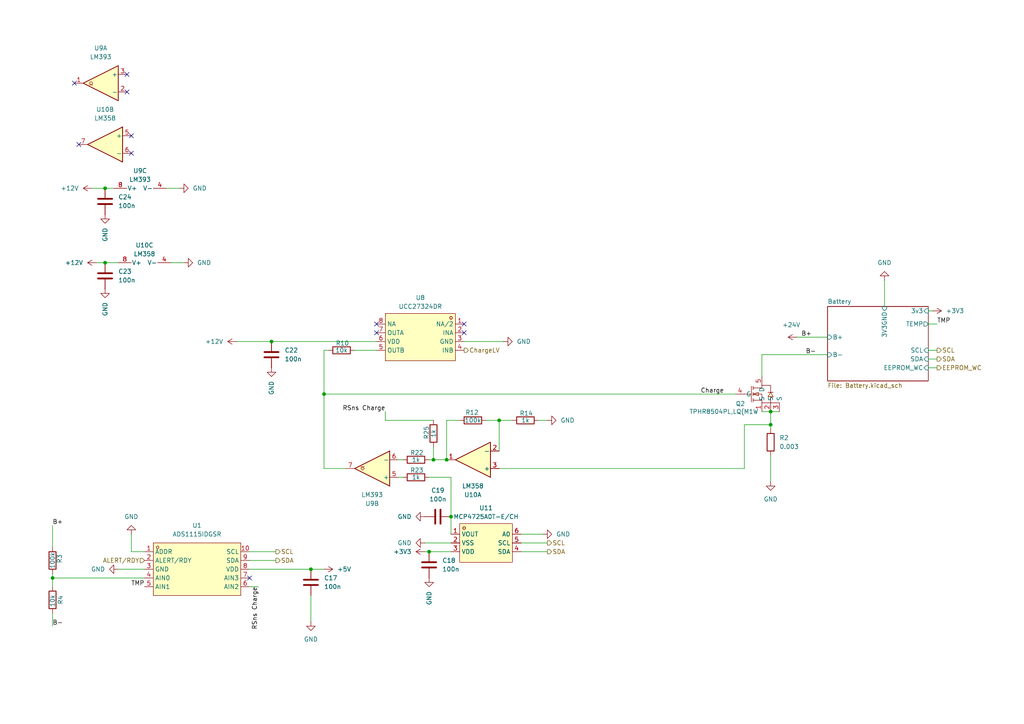
<source format=kicad_sch>
(kicad_sch (version 20250114) (generator "eeschema") (generator_version "9.0")
  (paper "A4")
  (lib_symbols
    (symbol "Amplifier_Operational:LM358" (pin_names (offset 0.127))
      (property "Reference" "U" (at 0 5.08 0))
      (property "Value" "LM358" (at 0 -5.08 0))
      (symbol "LM358_1_1"
        (polyline (pts (xy -5.08 5.08) (xy 5.08 0) (xy -5.08 -5.08) (xy -5.08 5.08)) (stroke (width 0.254)) (fill (type background)))
        (pin input line (at -7.62 2.54 0) (length 2.54) (name "+") (number "3"))
        (pin input line (at -7.62 -2.54 0) (length 2.54) (name "-") (number "2"))
        (pin output line (at 7.62 0 180) (length 2.54) (name "~") (number "1"))
      )
      (symbol "LM358_2_1"
        (polyline (pts (xy -5.08 5.08) (xy 5.08 0) (xy -5.08 -5.08) (xy -5.08 5.08)) (stroke (width 0.254)) (fill (type background)))
        (pin input line (at -7.62 2.54 0) (length 2.54) (name "+") (number "5"))
        (pin input line (at -7.62 -2.54 0) (length 2.54) (name "-") (number "6"))
        (pin output line (at 7.62 0 180) (length 2.54) (name "~") (number "7"))
      )
      (symbol "LM358_3_1"
        (pin power_in line (at -2.54 7.62 270) (length 3.81) (name "V+") (number "8"))
        (pin power_in line (at -2.54 -7.62 90) (length 3.81) (name "V-") (number "4"))
      )
    )
    (symbol "COMPONENTS:ADS1115IDGSR"
      (property "Reference" "U" (at 0 10.16 0))
      (property "Value" "ADS1115IDGSR" (at 0 -10.16 0))
      (symbol "ADS1115IDGSR_0_1"
        (rectangle (start -12.7 7.62) (end 12.7 -7.62) (fill (type background)))
        (circle (center -11.43 6.35) (radius 0.38))
        (pin unspecified line (at -15.24 5.08 0) (length 2.54) (name "ADDR") (number "1"))
        (pin unspecified line (at -15.24 2.54 0) (length 2.54) (name "ALERT/RDY") (number "2"))
        (pin unspecified line (at -15.24 0 0) (length 2.54) (name "GND") (number "3"))
        (pin unspecified line (at -15.24 -2.54 0) (length 2.54) (name "AIN0") (number "4"))
        (pin unspecified line (at -15.24 -5.08 0) (length 2.54) (name "AIN1") (number "5"))
        (pin unspecified line (at 15.24 5.08 180) (length 2.54) (name "SCL") (number "10"))
        (pin unspecified line (at 15.24 2.54 180) (length 2.54) (name "SDA") (number "9"))
        (pin unspecified line (at 15.24 0 180) (length 2.54) (name "VDD") (number "8"))
        (pin unspecified line (at 15.24 -2.54 180) (length 2.54) (name "AIN3") (number "7"))
        (pin unspecified line (at 15.24 -5.08 180) (length 2.54) (name "AIN2") (number "6"))
      )
    )
    (symbol "COMPONENTS:MCP4725A0T-E_CH"
      (property "Reference" "U" (at 0 7.62 0))
      (property "Value" "MCP4725A0T-E/CH" (at 0 -7.62 0))
      (symbol "MCP4725A0T-E_CH_0_1"
        (rectangle (start -7.62 5.59) (end 7.62 -5.59) (fill (type background)))
        (circle (center -6.35 4.32) (radius 0.38))
        (circle (center -6.35 4.32) (radius 0.38))
        (pin unspecified line (at -10.16 2.54 0) (length 2.54) (name "VOUT") (number "1"))
        (pin unspecified line (at -10.16 0 0) (length 2.54) (name "VSS") (number "2"))
        (pin unspecified line (at -10.16 -2.54 0) (length 2.54) (name "VDD") (number "3"))
        (pin unspecified line (at 10.16 2.54 180) (length 2.54) (name "A0") (number "6"))
        (pin unspecified line (at 10.16 0 180) (length 2.54) (name "SCL") (number "5"))
        (pin unspecified line (at 10.16 -2.54 180) (length 2.54) (name "SDA") (number "4"))
      )
    )
    (symbol "COMPONENTS:TPHR8504PL,LQ(M1W"
      (property "Reference" "Q" (at 0 10.16 0))
      (property "Value" "TPHR8504PL,LQ(M1W" (at 0 -10.16 0))
      (symbol "TPHR8504PL,LQ(M1W_0_1"
        (polyline (pts (xy -5.08 0) (xy -3.05 0)))
        (polyline (pts (xy -3.05 2.29) (xy -3.05 -2.29)))
        (polyline (pts (xy -2.54 2.29) (xy -2.54 1.27)))
        (polyline (pts (xy -2.54 1.78) (xy 0 1.78) (xy 0 2.54) (xy 2.54 2.54) (xy 2.54 2.54) (xy 2.54 0.51)))
        (polyline (pts (xy -2.54 0) (xy -1.02 -0.51) (xy -1.02 0.51) (xy -2.54 0)) (fill (type background)))
        (polyline (pts (xy -2.54 0) (xy 0 0) (xy 0 -2.54) (xy 5.08 -2.54) (xy 2.54 -2.54) (xy 2.54 -0.76)))
        (polyline (pts (xy -2.54 -0.51) (xy -2.54 0.51)))
        (polyline (pts (xy -2.54 -2.29) (xy -2.54 -1.27)))
        (polyline (pts (xy 0 -1.78) (xy -2.54 -1.78)))
        (polyline (pts (xy 2.54 0.51) (xy 1.78 -0.76) (xy 3.3 -0.76) (xy 2.54 0.51)) (fill (type background)))
        (polyline (pts (xy 3.3 0.51) (xy 3.05 0.51) (xy 2.03 0.51) (xy 1.78 0.51)))
        (pin unspecified line (at -7.62 0 0) (length 2.54) (name "G") (number "4"))
        (pin unspecified line (at 0 5.08 270) (length 2.54) (name "D") (number "5"))
        (pin unspecified line (at 0 -5.08 90) (length 2.54) (name "S") (number "1"))
        (pin unspecified line (at 2.54 -5.08 90) (length 2.54) (name "S") (number "2"))
        (pin unspecified line (at 5.08 -5.08 90) (length 2.54) (name "S") (number "3"))
      )
    )
    (symbol "COMPONENTS:UCC27324DR"
      (property "Reference" "U" (at 0 8.89 0))
      (property "Value" "UCC27324DR" (at 0 -8.89 0))
      (symbol "UCC27324DR_0_1"
        (rectangle (start -10.16 6.86) (end 10.16 -6.86) (fill (type background)))
        (circle (center -8.89 5.59) (radius 0.38))
        (circle (center -8.89 5.59) (radius 0.38))
        (pin unspecified line (at -12.7 3.81 0) (length 2.54) (name "NA/2") (number "1"))
        (pin unspecified line (at -12.7 1.27 0) (length 2.54) (name "INA") (number "2"))
        (pin unspecified line (at -12.7 -1.27 0) (length 2.54) (name "GND") (number "3"))
        (pin unspecified line (at -12.7 -3.81 0) (length 2.54) (name "INB") (number "4"))
        (pin unspecified line (at 12.7 3.81 180) (length 2.54) (name "NA") (number "8"))
        (pin unspecified line (at 12.7 1.27 180) (length 2.54) (name "OUTA") (number "7"))
        (pin unspecified line (at 12.7 -1.27 180) (length 2.54) (name "VDD") (number "6"))
        (pin unspecified line (at 12.7 -3.81 180) (length 2.54) (name "OUTB") (number "5"))
      )
    )
    (symbol "Comparator:LM393" (pin_names (offset 0.127))
      (property "Reference" "U" (at 3.81 3.81 0))
      (property "Value" "LM393" (at 6.35 -3.81 0))
      (symbol "LM393_1_1"
        (polyline (pts (xy -5.08 5.08) (xy 5.08 0) (xy -5.08 -5.08) (xy -5.08 5.08)) (stroke (width 0.254)) (fill (type background)))
        (polyline (pts (xy 3.302 -0.508) (xy 2.794 -0.508) (xy 3.302 0) (xy 2.794 0.508) (xy 2.286 0) (xy 2.794 -0.508) (xy 2.286 -0.508)) (stroke (width 0.127)))
        (pin input line (at -7.62 2.54 0) (length 2.54) (name "+") (number "3"))
        (pin input line (at -7.62 -2.54 0) (length 2.54) (name "-") (number "2"))
        (pin open_collector line (at 7.62 0 180) (length 2.54) (name "~") (number "1"))
      )
      (symbol "LM393_2_1"
        (polyline (pts (xy -5.08 5.08) (xy 5.08 0) (xy -5.08 -5.08) (xy -5.08 5.08)) (stroke (width 0.254)) (fill (type background)))
        (polyline (pts (xy 3.302 -0.508) (xy 2.794 -0.508) (xy 3.302 0) (xy 2.794 0.508) (xy 2.286 0) (xy 2.794 -0.508) (xy 2.286 -0.508)) (stroke (width 0.127)))
        (pin input line (at -7.62 2.54 0) (length 2.54) (name "+") (number "5"))
        (pin input line (at -7.62 -2.54 0) (length 2.54) (name "-") (number "6"))
        (pin open_collector line (at 7.62 0 180) (length 2.54) (name "~") (number "7"))
      )
      (symbol "LM393_3_1"
        (pin power_in line (at -2.54 7.62 270) (length 3.81) (name "V+") (number "8"))
        (pin power_in line (at -2.54 -7.62 90) (length 3.81) (name "V-") (number "4"))
      )
    )
    (symbol "Device:C" (pin_numbers (hide yes)) (pin_names (offset 0.254))
      (property "Reference" "C" (at 0.635 2.54 0))
      (property "Value" "C" (at 0.635 -2.54 0))
      (symbol "C_0_1"
        (polyline (pts (xy -2.032 0.762) (xy 2.032 0.762)) (stroke (width 0.508)))
        (polyline (pts (xy -2.032 -0.762) (xy 2.032 -0.762)) (stroke (width 0.508)))
      )
      (symbol "C_1_1"
        (pin passive line (at 0 3.81 270) (length 2.794) (name "~") (number "1"))
        (pin passive line (at 0 -3.81 90) (length 2.794) (name "~") (number "2"))
      )
    )
    (symbol "Device:R" (pin_numbers (hide yes)) (pin_names (offset 0))
      (property "Reference" "R" (at 2.032 0 90))
      (property "Value" "R" (at 0 0 90))
      (symbol "R_0_1"
        (rectangle (start -1.016 -2.54) (end 1.016 2.54) (stroke (width 0.254)))
      )
      (symbol "R_1_1"
        (pin passive line (at 0 3.81 270) (length 1.27) (name "~") (number "1"))
        (pin passive line (at 0 -3.81 90) (length 1.27) (name "~") (number "2"))
      )
    )
    (symbol "power:+12V" (power) (pin_numbers (hide yes)) (pin_names (offset 0) (hide yes))
      (property "Value" "+12V" (at 0 3.556 0))
      (symbol "+12V_0_1"
        (polyline (pts (xy -0.762 1.27) (xy 0 2.54)))
        (polyline (pts (xy 0 2.54) (xy 0.762 1.27)))
        (polyline (pts (xy 0 0) (xy 0 2.54)))
      )
      (symbol "+12V_1_1"
        (pin power_in line (at 0 0 90) (length 0) (name "~") (number "1"))
      )
    )
    (symbol "power:+24V" (power) (pin_numbers (hide yes)) (pin_names (offset 0) (hide yes))
      (property "Value" "+24V" (at 0 3.556 0))
      (symbol "+24V_0_1"
        (polyline (pts (xy -0.762 1.27) (xy 0 2.54)))
        (polyline (pts (xy 0 2.54) (xy 0.762 1.27)))
        (polyline (pts (xy 0 0) (xy 0 2.54)))
      )
      (symbol "+24V_1_1"
        (pin power_in line (at 0 0 90) (length 0) (name "~") (number "1"))
      )
    )
    (symbol "power:+3V3" (power) (pin_numbers (hide yes)) (pin_names (offset 0) (hide yes))
      (property "Value" "+3V3" (at 0 3.556 0))
      (symbol "+3V3_0_1"
        (polyline (pts (xy -0.762 1.27) (xy 0 2.54)))
        (polyline (pts (xy 0 2.54) (xy 0.762 1.27)))
        (polyline (pts (xy 0 0) (xy 0 2.54)))
      )
      (symbol "+3V3_1_1"
        (pin power_in line (at 0 0 90) (length 0) (name "~") (number "1"))
      )
    )
    (symbol "power:+5V" (power) (pin_numbers (hide yes)) (pin_names (offset 0) (hide yes))
      (property "Value" "+5V" (at 0 3.556 0))
      (symbol "+5V_0_1"
        (polyline (pts (xy -0.762 1.27) (xy 0 2.54)))
        (polyline (pts (xy 0 2.54) (xy 0.762 1.27)))
        (polyline (pts (xy 0 0) (xy 0 2.54)))
      )
      (symbol "+5V_1_1"
        (pin power_in line (at 0 0 90) (length 0) (name "~") (number "1"))
      )
    )
    (symbol "power:GND" (power) (pin_numbers (hide yes)) (pin_names (offset 0) (hide yes))
      (property "Value" "GND" (at 0 -3.81 0))
      (symbol "GND_0_1"
        (polyline (pts (xy 0 0) (xy 0 -1.27) (xy 1.27 -1.27) (xy 0 -2.54) (xy -1.27 -1.27) (xy 0 -1.27)))
      )
      (symbol "GND_1_1"
        (pin power_in line (at 0 0 270) (length 0) (name "~") (number "1"))
      )
    )
  )
  (junction (at 223.52 123.19))
  (junction (at 30.48 54.61))
  (junction (at 223.52 119.38))
  (junction (at 125.73 133.35))
  (junction (at 129.54 133.35))
  (junction (at 15.24 167.64))
  (junction (at 124.46 160.02))
  (junction (at 130.81 149.86))
  (junction (at 90.17 165.1))
  (junction (at 93.98 114.3))
  (junction (at 78.74 99.06))
  (junction (at 30.48 76.2))
  (junction (at 144.78 121.92))
  (no_connect (at 109.22 93.98))
  (no_connect (at 38.1 44.45))
  (no_connect (at 72.39 167.64))
  (no_connect (at 109.22 96.52))
  (no_connect (at 134.62 93.98))
  (no_connect (at 36.83 26.67))
  (no_connect (at 38.1 39.37))
  (no_connect (at 22.86 41.91))
  (no_connect (at 36.83 21.59))
  (no_connect (at 134.62 96.52))
  (no_connect (at 21.59 24.13))
  (wire (pts (xy 111.76 119.38) (xy 111.76 121.92)))
  (wire (pts (xy 140.97 121.92) (xy 144.78 121.92)))
  (wire (pts (xy 111.76 121.92) (xy 125.73 121.92)))
  (wire (pts (xy 223.52 139.7) (xy 223.52 132.08)))
  (wire (pts (xy 158.75 160.02) (xy 151.13 160.02)))
  (wire (pts (xy 78.74 99.06) (xy 109.22 99.06)))
  (wire (pts (xy 270.51 90.17) (xy 269.24 90.17)))
  (wire (pts (xy 158.75 157.48) (xy 151.13 157.48)))
  (wire (pts (xy 115.57 133.35) (xy 116.84 133.35)))
  (wire (pts (xy 74.93 170.18) (xy 72.39 170.18)))
  (wire (pts (xy 269.24 104.14) (xy 271.78 104.14)))
  (wire (pts (xy 133.35 121.92) (xy 129.54 121.92)))
  (wire (pts (xy 15.24 167.64) (xy 41.91 167.64)))
  (wire (pts (xy 134.62 99.06) (xy 146.05 99.06)))
  (wire (pts (xy 15.24 181.61) (xy 15.24 177.8)))
  (wire (pts (xy 223.52 123.19) (xy 223.52 124.46)))
  (wire (pts (xy 226.06 119.38) (xy 223.52 119.38)))
  (wire (pts (xy 215.9 135.89) (xy 215.9 123.19)))
  (wire (pts (xy 144.78 121.92) (xy 148.59 121.92)))
  (wire (pts (xy 53.34 76.2) (xy 49.53 76.2)))
  (wire (pts (xy 215.9 123.19) (xy 223.52 123.19)))
  (wire (pts (xy 220.98 102.87) (xy 220.98 109.22)))
  (wire (pts (xy 223.52 119.38) (xy 223.52 123.19)))
  (wire (pts (xy 129.54 121.92) (xy 129.54 133.35)))
  (wire (pts (xy 93.98 135.89) (xy 100.33 135.89)))
  (wire (pts (xy 231.14 97.79) (xy 240.03 97.79)))
  (wire (pts (xy 15.24 170.18) (xy 15.24 167.64)))
  (wire (pts (xy 130.81 154.94) (xy 130.81 149.86)))
  (wire (pts (xy 130.81 160.02) (xy 124.46 160.02)))
  (wire (pts (xy 124.46 160.02) (xy 123.19 160.02)))
  (wire (pts (xy 27.94 76.2) (xy 30.48 76.2)))
  (wire (pts (xy 144.78 121.92) (xy 144.78 130.81)))
  (wire (pts (xy 125.73 133.35) (xy 129.54 133.35)))
  (wire (pts (xy 271.78 93.98) (xy 269.24 93.98)))
  (wire (pts (xy 15.24 167.64) (xy 15.24 166.37)))
  (wire (pts (xy 116.84 138.43) (xy 115.57 138.43)))
  (wire (pts (xy 130.81 138.43) (xy 124.46 138.43)))
  (wire (pts (xy 102.87 101.6) (xy 109.22 101.6)))
  (wire (pts (xy 38.1 154.94) (xy 38.1 160.02)))
  (wire (pts (xy 269.24 106.68) (xy 271.78 106.68)))
  (wire (pts (xy 223.52 119.38) (xy 220.98 119.38)))
  (wire (pts (xy 256.54 81.28) (xy 256.54 88.9)))
  (wire (pts (xy 130.81 149.86) (xy 130.81 138.43)))
  (wire (pts (xy 90.17 165.1) (xy 93.98 165.1)))
  (wire (pts (xy 144.78 135.89) (xy 215.9 135.89)))
  (wire (pts (xy 158.75 121.92) (xy 156.21 121.92)))
  (wire (pts (xy 125.73 129.54) (xy 125.73 133.35)))
  (wire (pts (xy 157.48 154.94) (xy 151.13 154.94)))
  (wire (pts (xy 26.67 54.61) (xy 30.48 54.61)))
  (wire (pts (xy 30.48 76.2) (xy 34.29 76.2)))
  (wire (pts (xy 38.1 160.02) (xy 41.91 160.02)))
  (wire (pts (xy 52.07 54.61) (xy 48.26 54.61)))
  (wire (pts (xy 93.98 114.3) (xy 93.98 135.89)))
  (wire (pts (xy 72.39 165.1) (xy 90.17 165.1)))
  (wire (pts (xy 34.29 165.1) (xy 41.91 165.1)))
  (wire (pts (xy 30.48 54.61) (xy 33.02 54.61)))
  (wire (pts (xy 271.78 101.6) (xy 269.24 101.6)))
  (wire (pts (xy 68.58 99.06) (xy 78.74 99.06)))
  (wire (pts (xy 220.98 102.87) (xy 240.03 102.87)))
  (wire (pts (xy 93.98 101.6) (xy 95.25 101.6)))
  (wire (pts (xy 90.17 172.72) (xy 90.17 180.34)))
  (wire (pts (xy 93.98 101.6) (xy 93.98 114.3)))
  (wire (pts (xy 15.24 152.4) (xy 15.24 158.75)))
  (wire (pts (xy 130.81 157.48) (xy 123.19 157.48)))
  (wire (pts (xy 80.01 162.56) (xy 72.39 162.56)))
  (wire (pts (xy 80.01 160.02) (xy 72.39 160.02)))
  (wire (pts (xy 93.98 114.3) (xy 213.36 114.3)))
  (wire (pts (xy 124.46 133.35) (xy 125.73 133.35)))
  (label "B+" (at 232.41 97.79 0))
  (label "TMP" (at 41.91 170.18 180))
  (label "B-" (at 15.24 181.61 0))
  (label "B+" (at 15.24 152.4 0))
  (label "Charge" (at 203.2 114.3 0))
  (label "RSns Charge" (at 111.76 119.38 180))
  (label "TMP" (at 271.78 93.98 0))
  (label "B-" (at 233.68 102.87 0))
  (label "RSns Charge" (at 74.93 170.18 270))
  (hierarchical_label "SDA" (shape output) (at 271.78 104.14 0))
  (hierarchical_label "SCL" (shape output) (at 271.78 101.6 0))
  (hierarchical_label "ChargeLV" (shape output) (at 134.62 101.6 0))
  (hierarchical_label "SDA" (shape output) (at 158.75 160.02 0))
  (hierarchical_label "SDA" (shape output) (at 80.01 162.56 0))
  (hierarchical_label "SCL" (shape output) (at 158.75 157.48 0))
  (hierarchical_label "ALERT{slash}RDY" (shape input) (at 41.91 162.56 180))
  (hierarchical_label "SCL" (shape output) (at 80.01 160.02 0))
  (hierarchical_label "EEPROM_WC" (shape output) (at 271.78 106.68 0))
  (symbol (lib_id "power:GND") (at 30.48 83.82 0) (unit 1)
    (property "Reference" "#PWR060" (effects (hide yes)))
    (property "Value" "GND" (at 30.4801 87.63 90) (effects (justify right)))
    (property "Description" "Power symbol creates a global label with name \"GND\" , ground" (effects (hide yes)))
  )
  (symbol (lib_id "Device:C") (at 78.74 102.87 0) (unit 1)
    (property "Reference" "C22" (at 82.55 101.5999 0) (effects (justify left)))
    (property "Value" "100n" (at 82.55 104.1399 0) (effects (justify left)))
    (property "Footprint" "Resistor_SMD:R_1206_3216Metric_Pad1.30x1.75mm_HandSolder" (effects (hide yes)))
    (property "Description" "Unpolarized capacitor" (effects (hide yes)))
  )
  (symbol (lib_id "power:+12V") (at 26.67 54.61 90) (unit 1)
    (property "Reference" "#PWR010" (effects (hide yes)))
    (property "Value" "+12V" (at 22.86 54.6099 90) (effects (justify left)))
    (property "Description" "Power symbol creates a global label with name \"+12V\"" (effects (hide yes)))
  )
  (symbol (lib_id "COMPONENTS:UCC27324DR") (at 121.92 97.79 0) (mirror y) (unit 1)
    (property "Reference" "U8" (at 121.92 86.36 0))
    (property "Value" "UCC27324DR" (at 121.92 88.9 0))
    (property "Footprint" "COMPONENTS:SOIC-8_L5.0-W4.0-P1.27-LS6.0-BL" (effects (hide yes)))
    (property "Datasheet" "https://lcsc.com/product-detail/MOS-Drivers_TI_UCC27324DR_UCC27324DR_C46427.html" (effects (hide yes)))
    (property "LCSC Part" "C46427" (effects (hide yes)))
  )
  (symbol (lib_id "power:GND") (at 34.29 165.1 270) (unit 1)
    (property "Reference" "#PWR016" (effects (hide yes)))
    (property "Value" "GND" (at 30.48 165.0999 90) (effects (justify right)))
    (property "Description" "Power symbol creates a global label with name \"GND\" , ground" (effects (hide yes)))
  )
  (symbol (lib_id "Device:C") (at 124.46 163.83 0) (unit 1)
    (property "Reference" "C18" (at 128.27 162.5599 0) (effects (justify left)))
    (property "Value" "100n" (at 128.27 165.0999 0) (effects (justify left)))
    (property "Footprint" "Resistor_SMD:R_1206_3216Metric_Pad1.30x1.75mm_HandSolder" (effects (hide yes)))
    (property "Description" "Unpolarized capacitor" (effects (hide yes)))
  )
  (symbol (lib_id "Device:C") (at 30.48 58.42 0) (unit 1)
    (property "Reference" "C24" (at 34.29 57.1499 0) (effects (justify left)))
    (property "Value" "100n" (at 34.29 59.6899 0) (effects (justify left)))
    (property "Footprint" "Resistor_SMD:R_1206_3216Metric_Pad1.30x1.75mm_HandSolder" (effects (hide yes)))
    (property "Description" "Unpolarized capacitor" (effects (hide yes)))
  )
  (symbol (lib_id "Amplifier_Operational:LM358") (at 137.16 133.35 180) (unit 1)
    (property "Reference" "U10" (at 137.16 143.51 0))
    (property "Value" "LM358" (at 137.16 140.97 0))
    (property "Footprint" "COMPONENTS:SOP-8_L4.9-W3.9-P1.27-LS6.0-BL" (effects (hide yes)))
    (property "Datasheet" "http://www.ti.com/lit/ds/symlink/lm2904-n.pdf" (effects (hide yes)))
    (property "Description" "Low-Power, Dual Operational Amplifiers, DIP-8/SOIC-8/TO-99-8" (effects (hide yes)))
  )
  (symbol (lib_id "power:GND") (at 38.1 154.94 180) (unit 1)
    (property "Reference" "#PWR05" (effects (hide yes)))
    (property "Value" "GND" (at 38.1 149.86 0))
    (property "Description" "Power symbol creates a global label with name \"GND\" , ground" (effects (hide yes)))
  )
  (symbol (lib_id "power:GND") (at 124.46 167.64 0) (unit 1)
    (property "Reference" "#PWR056" (effects (hide yes)))
    (property "Value" "GND" (at 124.4601 171.45 90) (effects (justify right)))
    (property "Description" "Power symbol creates a global label with name \"GND\" , ground" (effects (hide yes)))
  )
  (symbol (lib_id "power:GND") (at 30.48 62.23 0) (unit 1)
    (property "Reference" "#PWR061" (effects (hide yes)))
    (property "Value" "GND" (at 30.4801 66.04 90) (effects (justify right)))
    (property "Description" "Power symbol creates a global label with name \"GND\" , ground" (effects (hide yes)))
  )
  (symbol (lib_id "power:GND") (at 256.54 81.28 180) (unit 1)
    (property "Reference" "#PWR01" (effects (hide yes)))
    (property "Value" "GND" (at 256.54 76.2 0))
    (property "Description" "Power symbol creates a global label with name \"GND\" , ground" (effects (hide yes)))
  )
  (symbol (lib_id "COMPONENTS:ADS1115IDGSR") (at 57.15 165.1 0) (unit 1)
    (property "Reference" "U1" (at 57.15 152.4 0))
    (property "Value" "ADS1115IDGSR" (at 57.15 154.94 0))
    (property "Footprint" "COMPONENTS:MSOP-10_L3.0-W3.0-P0.50-LS5.0-BL" (effects (hide yes)))
    (property "Datasheet" "https://lcsc.com/product-detail/Analog-To-Digital-Converters-ADCs_TI_ADS1115IDGSR_ADS1115IDGSR_C37593.html" (effects (hide yes)))
    (property "LCSC Part" "C37593" (effects (hide yes)))
  )
  (symbol (lib_id "power:GND") (at 146.05 99.06 90) (unit 1)
    (property "Reference" "#PWR07" (effects (hide yes)))
    (property "Value" "GND" (at 149.86 99.0599 90) (effects (justify right)))
    (property "Description" "Power symbol creates a global label with name \"GND\" , ground" (effects (hide yes)))
  )
  (symbol (lib_id "power:GND") (at 52.07 54.61 90) (unit 1)
    (property "Reference" "#PWR011" (effects (hide yes)))
    (property "Value" "GND" (at 55.88 54.6099 90) (effects (justify right)))
    (property "Description" "Power symbol creates a global label with name \"GND\" , ground" (effects (hide yes)))
  )
  (symbol (lib_id "power:GND") (at 53.34 76.2 90) (unit 1)
    (property "Reference" "#PWR012" (effects (hide yes)))
    (property "Value" "GND" (at 57.15 76.1999 90) (effects (justify right)))
    (property "Description" "Power symbol creates a global label with name \"GND\" , ground" (effects (hide yes)))
  )
  (symbol (lib_id "power:+12V") (at 27.94 76.2 90) (unit 1)
    (property "Reference" "#PWR09" (effects (hide yes)))
    (property "Value" "+12V" (at 24.13 76.1999 90) (effects (justify left)))
    (property "Description" "Power symbol creates a global label with name \"+12V\"" (effects (hide yes)))
  )
  (symbol (lib_id "Device:R") (at 120.65 133.35 90) (unit 1)
    (property "Reference" "R22" (at 120.904 131.318 90))
    (property "Value" "1k" (at 120.65 133.35 90))
    (property "Footprint" "Resistor_SMD:R_1206_3216Metric" (effects (hide yes)))
    (property "Description" "Resistor" (effects (hide yes)))
  )
  (symbol (lib_id "power:GND") (at 123.19 149.86 270) (mirror x) (unit 1)
    (property "Reference" "#PWR055" (effects (hide yes)))
    (property "Value" "GND" (at 119.38 149.8599 90) (effects (justify right)))
    (property "Description" "Power symbol creates a global label with name \"GND\" , ground" (effects (hide yes)))
  )
  (symbol (lib_id "power:+5V") (at 93.98 165.1 270) (unit 1)
    (property "Reference" "#PWR019" (effects (hide yes)))
    (property "Value" "+5V" (at 97.79 165.0999 90) (effects (justify left)))
    (property "Description" "Power symbol creates a global label with name \"+5V\"" (effects (hide yes)))
  )
  (symbol (lib_id "Device:R") (at 120.65 138.43 90) (unit 1)
    (property "Reference" "R23" (at 120.904 136.398 90))
    (property "Value" "1k" (at 120.65 138.43 90))
    (property "Footprint" "Resistor_SMD:R_1206_3216Metric" (effects (hide yes)))
    (property "Description" "Resistor" (effects (hide yes)))
  )
  (symbol (lib_id "Device:C") (at 127 149.86 90) (unit 1)
    (property "Reference" "C19" (at 127 142.24 90))
    (property "Value" "100n" (at 127 144.78 90))
    (property "Footprint" "Resistor_SMD:R_1206_3216Metric_Pad1.30x1.75mm_HandSolder" (effects (hide yes)))
    (property "Description" "Unpolarized capacitor" (effects (hide yes)))
  )
  (symbol (lib_id "power:+12V") (at 68.58 99.06 90) (unit 1)
    (property "Reference" "#PWR08" (effects (hide yes)))
    (property "Value" "+12V" (at 64.77 99.0599 90) (effects (justify left)))
    (property "Description" "Power symbol creates a global label with name \"+12V\"" (effects (hide yes)))
  )
  (symbol (lib_id "Comparator:LM393") (at 29.21 24.13 0) (mirror y) (unit 1)
    (property "Reference" "U9" (at 29.21 13.97 0))
    (property "Value" "LM393" (at 29.21 16.51 0))
    (property "Footprint" "COMPONENTS:SOP-8_L4.9-W3.9-P1.27-LS6.0-BL" (effects (hide yes)))
    (property "Datasheet" "http://www.ti.com/lit/ds/symlink/lm393.pdf" (effects (hide yes)))
    (property "Description" "Low-Power, Low-Offset Voltage, Dual Comparators, DIP-8/SOIC-8/TO-99-8" (effects (hide yes)))
  )
  (symbol (lib_id "Device:R") (at 125.73 125.73 180) (unit 1)
    (property "Reference" "R25" (at 123.698 125.476 90))
    (property "Value" "1k" (at 125.73 125.73 90))
    (property "Footprint" "Resistor_SMD:R_1206_3216Metric" (effects (hide yes)))
    (property "Description" "Resistor" (effects (hide yes)))
  )
  (symbol (lib_id "Device:R") (at 152.4 121.92 90) (unit 1)
    (property "Reference" "R14" (at 152.654 119.888 90))
    (property "Value" "1k" (at 152.4 121.92 90))
    (property "Footprint" "Resistor_SMD:R_1206_3216Metric" (effects (hide yes)))
    (property "Description" "Resistor" (effects (hide yes)))
  )
  (symbol (lib_id "Device:C") (at 30.48 80.01 0) (unit 1)
    (property "Reference" "C23" (at 34.29 78.7399 0) (effects (justify left)))
    (property "Value" "100n" (at 34.29 81.2799 0) (effects (justify left)))
    (property "Footprint" "Resistor_SMD:R_1206_3216Metric_Pad1.30x1.75mm_HandSolder" (effects (hide yes)))
    (property "Description" "Unpolarized capacitor" (effects (hide yes)))
  )
  (symbol (lib_id "power:+3V3") (at 270.51 90.17 270) (unit 1)
    (property "Reference" "#PWR04" (effects (hide yes)))
    (property "Value" "+3V3" (at 274.32 90.1699 90) (effects (justify left)))
    (property "Description" "Power symbol creates a global label with name \"+3V3\"" (effects (hide yes)))
  )
  (symbol (lib_id "Amplifier_Operational:LM358") (at 41.91 73.66 90) (unit 3)
    (property "Reference" "U10" (at 41.91 71.12 90))
    (property "Value" "LM358" (at 41.91 73.66 90))
    (property "Footprint" "COMPONENTS:SOP-8_L4.9-W3.9-P1.27-LS6.0-BL" (effects (hide yes)))
    (property "Datasheet" "http://www.ti.com/lit/ds/symlink/lm2904-n.pdf" (effects (hide yes)))
    (property "Description" "Low-Power, Dual Operational Amplifiers, DIP-8/SOIC-8/TO-99-8" (effects (hide yes)))
  )
  (symbol (lib_id "power:GND") (at 78.74 106.68 0) (unit 1)
    (property "Reference" "#PWR059" (effects (hide yes)))
    (property "Value" "GND" (at 78.7401 110.49 90) (effects (justify right)))
    (property "Description" "Power symbol creates a global label with name \"GND\" , ground" (effects (hide yes)))
  )
  (symbol (lib_id "Device:C") (at 90.17 168.91 0) (unit 1)
    (property "Reference" "C17" (at 93.98 167.6399 0) (effects (justify left)))
    (property "Value" "100n" (at 93.98 170.1799 0) (effects (justify left)))
    (property "Footprint" "Resistor_SMD:R_1206_3216Metric_Pad1.30x1.75mm_HandSolder" (effects (hide yes)))
    (property "Description" "Unpolarized capacitor" (effects (hide yes)))
  )
  (symbol (lib_id "power:GND") (at 158.75 121.92 90) (unit 1)
    (property "Reference" "#PWR020" (effects (hide yes)))
    (property "Value" "GND" (at 162.56 121.9199 90) (effects (justify right)))
    (property "Description" "Power symbol creates a global label with name \"GND\" , ground" (effects (hide yes)))
  )
  (symbol (lib_id "COMPONENTS:TPHR8504PL,LQ(M1W") (at 220.98 114.3 0) (unit 1)
    (property "Reference" "Q2" (at 213.36 117.094 0) (effects (justify left)))
    (property "Value" "TPHR8504PL,LQ(M1W" (at 199.898 119.38 0) (effects (justify left)))
    (property "Footprint" "COMPONENTS:DFN-5_L4.9-W5.9-P1.27-LS6.2-BL" (effects (hide yes)))
    (property "LCSC Part" "C22388172" (effects (hide yes)))
  )
  (symbol (lib_id "power:GND") (at 223.52 139.7 0) (unit 1)
    (property "Reference" "#PWR02" (effects (hide yes)))
    (property "Value" "GND" (at 223.52 144.78 0))
    (property "Description" "Power symbol creates a global label with name \"GND\" , ground" (effects (hide yes)))
  )
  (symbol (lib_id "Device:R") (at 99.06 101.6 270) (mirror x) (unit 1)
    (property "Reference" "R10" (at 99.314 99.568 90))
    (property "Value" "10k" (at 99.06 101.6 90))
    (property "Footprint" "Resistor_SMD:R_1206_3216Metric_Pad1.30x1.75mm_HandSolder" (effects (hide yes)))
    (property "Description" "Resistor" (effects (hide yes)))
  )
  (symbol (lib_id "Comparator:LM393") (at 107.95 135.89 180) (unit 2)
    (property "Reference" "U9" (at 107.95 146.05 0))
    (property "Value" "LM393" (at 107.95 143.51 0))
    (property "Footprint" "COMPONENTS:SOP-8_L4.9-W3.9-P1.27-LS6.0-BL" (effects (hide yes)))
    (property "Datasheet" "http://www.ti.com/lit/ds/symlink/lm393.pdf" (effects (hide yes)))
    (property "Description" "Low-Power, Low-Offset Voltage, Dual Comparators, DIP-8/SOIC-8/TO-99-8" (effects (hide yes)))
  )
  (symbol (lib_id "Device:R") (at 223.52 128.27 0) (unit 1)
    (property "Reference" "R2" (at 226.06 126.9999 0) (effects (justify left)))
    (property "Value" "0.003" (at 226.06 129.5399 0) (effects (justify left)))
    (property "Footprint" "Resistor_SMD:R_1206_3216Metric_Pad1.30x1.75mm_HandSolder" (effects (hide yes)))
    (property "Description" "Resistor" (effects (hide yes)))
  )
  (symbol (lib_id "COMPONENTS:MCP4725A0T-E_CH") (at 140.97 157.48 0) (unit 1)
    (property "Reference" "U11" (at 140.97 147.32 0))
    (property "Value" "MCP4725A0T-E/CH" (at 140.97 149.86 0))
    (property "Footprint" "COMPONENTS:SOT-23-6_L2.9-W1.6-P0.95-LS2.8-BL" (effects (hide yes)))
    (property "Datasheet" "https://lcsc.com/product-detail/Digital-To-Analog-Converters-DACs_MICROCHIP_MCP4725A0T-E-CH_MCP4725A0T-E-CH_C144198.html" (effects (hide yes)))
    (property "LCSC Part" "C144198" (effects (hide yes)))
  )
  (symbol (lib_id "Amplifier_Operational:LM358") (at 30.48 41.91 0) (mirror y) (unit 2)
    (property "Reference" "U10" (at 30.48 31.75 0))
    (property "Value" "LM358" (at 30.48 34.29 0))
    (property "Footprint" "COMPONENTS:SOP-8_L4.9-W3.9-P1.27-LS6.0-BL" (effects (hide yes)))
    (property "Datasheet" "http://www.ti.com/lit/ds/symlink/lm2904-n.pdf" (effects (hide yes)))
    (property "Description" "Low-Power, Dual Operational Amplifiers, DIP-8/SOIC-8/TO-99-8" (effects (hide yes)))
  )
  (symbol (lib_id "power:GND") (at 157.48 154.94 90) (unit 1)
    (property "Reference" "#PWR018" (effects (hide yes)))
    (property "Value" "GND" (at 161.29 154.9399 90) (effects (justify right)))
    (property "Description" "Power symbol creates a global label with name \"GND\" , ground" (effects (hide yes)))
  )
  (symbol (lib_id "Device:R") (at 15.24 162.56 0) (mirror y) (unit 1)
    (property "Reference" "R3" (at 17.272 162.052 90))
    (property "Value" "100k" (at 15.24 162.56 90))
    (property "Footprint" "Resistor_SMD:R_1206_3216Metric_Pad1.30x1.75mm_HandSolder" (effects (hide yes)))
    (property "Description" "Resistor" (effects (hide yes)))
  )
  (symbol (lib_id "power:+3V3") (at 123.19 160.02 90) (mirror x) (unit 1)
    (property "Reference" "#PWR015" (effects (hide yes)))
    (property "Value" "+3V3" (at 119.38 160.0199 90) (effects (justify left)))
    (property "Description" "Power symbol creates a global label with name \"+3V3\"" (effects (hide yes)))
  )
  (symbol (lib_id "power:GND") (at 90.17 180.34 0) (unit 1)
    (property "Reference" "#PWR017" (effects (hide yes)))
    (property "Value" "GND" (at 90.17 185.42 0))
    (property "Description" "Power symbol creates a global label with name \"GND\" , ground" (effects (hide yes)))
  )
  (symbol (lib_id "power:+24V") (at 231.14 97.79 90) (mirror x) (unit 1)
    (property "Reference" "#PWR03" (effects (hide yes)))
    (property "Value" "+24V" (at 232.156 94.234 90) (effects (justify left)))
    (property "Description" "Power symbol creates a global label with name \"+24V\"" (effects (hide yes)))
  )
  (symbol (lib_id "Device:R") (at 137.16 121.92 90) (unit 1)
    (property "Reference" "R12" (at 136.906 119.634 90))
    (property "Value" "100k" (at 137.16 121.92 90))
    (property "Footprint" "Resistor_SMD:R_1206_3216Metric_Pad1.30x1.75mm_HandSolder" (effects (hide yes)))
    (property "Description" "Resistor" (effects (hide yes)))
  )
  (symbol (lib_id "power:GND") (at 123.19 157.48 270) (mirror x) (unit 1)
    (property "Reference" "#PWR013" (effects (hide yes)))
    (property "Value" "GND" (at 119.38 157.4799 90) (effects (justify right)))
    (property "Description" "Power symbol creates a global label with name \"GND\" , ground" (effects (hide yes)))
  )
  (symbol (lib_id "Device:R") (at 15.24 173.99 0) (mirror y) (unit 1)
    (property "Reference" "R4" (at 17.526 173.99 90))
    (property "Value" "10k" (at 15.24 174.244 90))
    (property "Footprint" "Resistor_SMD:R_1206_3216Metric_Pad1.30x1.75mm_HandSolder" (effects (hide yes)))
    (property "Description" "Resistor" (effects (hide yes)))
  )
  (symbol (lib_id "Comparator:LM393") (at 40.64 52.07 90) (unit 3)
    (property "Reference" "U9" (at 40.64 49.53 90))
    (property "Value" "LM393" (at 40.64 52.07 90))
    (property "Footprint" "COMPONENTS:SOP-8_L4.9-W3.9-P1.27-LS6.0-BL" (effects (hide yes)))
    (property "Datasheet" "http://www.ti.com/lit/ds/symlink/lm393.pdf" (effects (hide yes)))
    (property "Description" "Low-Power, Low-Offset Voltage, Dual Comparators, DIP-8/SOIC-8/TO-99-8" (effects (hide yes)))
  )
  (sheet (at 240.03 88.9) (size 29.21 21.59) (stroke (width 0.1524))
    (property "Sheetname" "Battery" (at 240.03 88.1884 0) (effects (justify left bottom)))
    (property "Sheetfile" "Battery.kicad_sch" (at 240.03 111.0746 0) (effects (justify left top)))
    (pin "B+" input (at 240.03 97.79 180))
    (pin "3v3" input (at 269.24 90.17 0))
    (pin "EEPROM_WC" input (at 269.24 106.68 0))
    (pin "SDA" input (at 269.24 104.14 0))
    (pin "B-" input (at 240.03 102.87 180))
    (pin "TEMP" output (at 269.24 93.98 0))
    (pin "SCL" input (at 269.24 101.6 0))
    (pin "3V3GND" input (at 256.54 88.9 90))
  )
)
</source>
